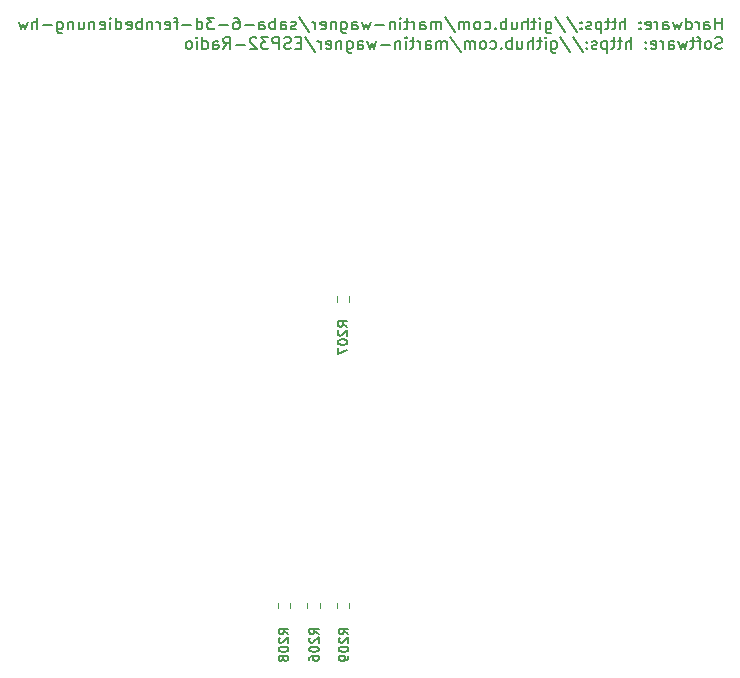
<source format=gbr>
%TF.GenerationSoftware,KiCad,Pcbnew,5.1.10-88a1d61d58~88~ubuntu18.04.1*%
%TF.CreationDate,2021-08-18T13:18:07+02:00*%
%TF.ProjectId,saba-fernbedienung,73616261-2d66-4657-926e-62656469656e,rev?*%
%TF.SameCoordinates,Original*%
%TF.FileFunction,Legend,Bot*%
%TF.FilePolarity,Positive*%
%FSLAX46Y46*%
G04 Gerber Fmt 4.6, Leading zero omitted, Abs format (unit mm)*
G04 Created by KiCad (PCBNEW 5.1.10-88a1d61d58~88~ubuntu18.04.1) date 2021-08-18 13:18:07*
%MOMM*%
%LPD*%
G01*
G04 APERTURE LIST*
%ADD10C,0.153000*%
%ADD11C,0.120000*%
G04 APERTURE END LIST*
D10*
X164462454Y-69125880D02*
X164462454Y-68125880D01*
X164462454Y-68602071D02*
X163891026Y-68602071D01*
X163891026Y-69125880D02*
X163891026Y-68125880D01*
X162986264Y-69125880D02*
X162986264Y-68602071D01*
X163033883Y-68506833D01*
X163129121Y-68459214D01*
X163319597Y-68459214D01*
X163414835Y-68506833D01*
X162986264Y-69078261D02*
X163081502Y-69125880D01*
X163319597Y-69125880D01*
X163414835Y-69078261D01*
X163462454Y-68983023D01*
X163462454Y-68887785D01*
X163414835Y-68792547D01*
X163319597Y-68744928D01*
X163081502Y-68744928D01*
X162986264Y-68697309D01*
X162510073Y-69125880D02*
X162510073Y-68459214D01*
X162510073Y-68649690D02*
X162462454Y-68554452D01*
X162414835Y-68506833D01*
X162319597Y-68459214D01*
X162224359Y-68459214D01*
X161462454Y-69125880D02*
X161462454Y-68125880D01*
X161462454Y-69078261D02*
X161557692Y-69125880D01*
X161748169Y-69125880D01*
X161843407Y-69078261D01*
X161891026Y-69030642D01*
X161938645Y-68935404D01*
X161938645Y-68649690D01*
X161891026Y-68554452D01*
X161843407Y-68506833D01*
X161748169Y-68459214D01*
X161557692Y-68459214D01*
X161462454Y-68506833D01*
X161081502Y-68459214D02*
X160891026Y-69125880D01*
X160700550Y-68649690D01*
X160510073Y-69125880D01*
X160319597Y-68459214D01*
X159510073Y-69125880D02*
X159510073Y-68602071D01*
X159557692Y-68506833D01*
X159652930Y-68459214D01*
X159843407Y-68459214D01*
X159938645Y-68506833D01*
X159510073Y-69078261D02*
X159605311Y-69125880D01*
X159843407Y-69125880D01*
X159938645Y-69078261D01*
X159986264Y-68983023D01*
X159986264Y-68887785D01*
X159938645Y-68792547D01*
X159843407Y-68744928D01*
X159605311Y-68744928D01*
X159510073Y-68697309D01*
X159033883Y-69125880D02*
X159033883Y-68459214D01*
X159033883Y-68649690D02*
X158986264Y-68554452D01*
X158938645Y-68506833D01*
X158843407Y-68459214D01*
X158748169Y-68459214D01*
X158033883Y-69078261D02*
X158129121Y-69125880D01*
X158319597Y-69125880D01*
X158414835Y-69078261D01*
X158462454Y-68983023D01*
X158462454Y-68602071D01*
X158414835Y-68506833D01*
X158319597Y-68459214D01*
X158129121Y-68459214D01*
X158033883Y-68506833D01*
X157986264Y-68602071D01*
X157986264Y-68697309D01*
X158462454Y-68792547D01*
X157557692Y-69030642D02*
X157510073Y-69078261D01*
X157557692Y-69125880D01*
X157605311Y-69078261D01*
X157557692Y-69030642D01*
X157557692Y-69125880D01*
X157557692Y-68506833D02*
X157510073Y-68554452D01*
X157557692Y-68602071D01*
X157605311Y-68554452D01*
X157557692Y-68506833D01*
X157557692Y-68602071D01*
X156319597Y-69125880D02*
X156319597Y-68125880D01*
X155891026Y-69125880D02*
X155891026Y-68602071D01*
X155938645Y-68506833D01*
X156033883Y-68459214D01*
X156176740Y-68459214D01*
X156271978Y-68506833D01*
X156319597Y-68554452D01*
X155557692Y-68459214D02*
X155176740Y-68459214D01*
X155414835Y-68125880D02*
X155414835Y-68983023D01*
X155367216Y-69078261D01*
X155271978Y-69125880D01*
X155176740Y-69125880D01*
X154986264Y-68459214D02*
X154605311Y-68459214D01*
X154843407Y-68125880D02*
X154843407Y-68983023D01*
X154795788Y-69078261D01*
X154700550Y-69125880D01*
X154605311Y-69125880D01*
X154271978Y-68459214D02*
X154271978Y-69459214D01*
X154271978Y-68506833D02*
X154176740Y-68459214D01*
X153986264Y-68459214D01*
X153891026Y-68506833D01*
X153843407Y-68554452D01*
X153795788Y-68649690D01*
X153795788Y-68935404D01*
X153843407Y-69030642D01*
X153891026Y-69078261D01*
X153986264Y-69125880D01*
X154176740Y-69125880D01*
X154271978Y-69078261D01*
X153414835Y-69078261D02*
X153319597Y-69125880D01*
X153129121Y-69125880D01*
X153033883Y-69078261D01*
X152986264Y-68983023D01*
X152986264Y-68935404D01*
X153033883Y-68840166D01*
X153129121Y-68792547D01*
X153271978Y-68792547D01*
X153367216Y-68744928D01*
X153414835Y-68649690D01*
X153414835Y-68602071D01*
X153367216Y-68506833D01*
X153271978Y-68459214D01*
X153129121Y-68459214D01*
X153033883Y-68506833D01*
X152557692Y-69030642D02*
X152510073Y-69078261D01*
X152557692Y-69125880D01*
X152605311Y-69078261D01*
X152557692Y-69030642D01*
X152557692Y-69125880D01*
X152557692Y-68506833D02*
X152510073Y-68554452D01*
X152557692Y-68602071D01*
X152605311Y-68554452D01*
X152557692Y-68506833D01*
X152557692Y-68602071D01*
X151367216Y-68078261D02*
X152224359Y-69363976D01*
X150319597Y-68078261D02*
X151176740Y-69363976D01*
X149557692Y-68459214D02*
X149557692Y-69268738D01*
X149605311Y-69363976D01*
X149652930Y-69411595D01*
X149748169Y-69459214D01*
X149891026Y-69459214D01*
X149986264Y-69411595D01*
X149557692Y-69078261D02*
X149652930Y-69125880D01*
X149843407Y-69125880D01*
X149938645Y-69078261D01*
X149986264Y-69030642D01*
X150033883Y-68935404D01*
X150033883Y-68649690D01*
X149986264Y-68554452D01*
X149938645Y-68506833D01*
X149843407Y-68459214D01*
X149652930Y-68459214D01*
X149557692Y-68506833D01*
X149081502Y-69125880D02*
X149081502Y-68459214D01*
X149081502Y-68125880D02*
X149129121Y-68173500D01*
X149081502Y-68221119D01*
X149033883Y-68173500D01*
X149081502Y-68125880D01*
X149081502Y-68221119D01*
X148748169Y-68459214D02*
X148367216Y-68459214D01*
X148605311Y-68125880D02*
X148605311Y-68983023D01*
X148557692Y-69078261D01*
X148462454Y-69125880D01*
X148367216Y-69125880D01*
X148033883Y-69125880D02*
X148033883Y-68125880D01*
X147605311Y-69125880D02*
X147605311Y-68602071D01*
X147652930Y-68506833D01*
X147748169Y-68459214D01*
X147891026Y-68459214D01*
X147986264Y-68506833D01*
X148033883Y-68554452D01*
X146700550Y-68459214D02*
X146700550Y-69125880D01*
X147129121Y-68459214D02*
X147129121Y-68983023D01*
X147081502Y-69078261D01*
X146986264Y-69125880D01*
X146843407Y-69125880D01*
X146748169Y-69078261D01*
X146700550Y-69030642D01*
X146224359Y-69125880D02*
X146224359Y-68125880D01*
X146224359Y-68506833D02*
X146129121Y-68459214D01*
X145938645Y-68459214D01*
X145843407Y-68506833D01*
X145795788Y-68554452D01*
X145748169Y-68649690D01*
X145748169Y-68935404D01*
X145795788Y-69030642D01*
X145843407Y-69078261D01*
X145938645Y-69125880D01*
X146129121Y-69125880D01*
X146224359Y-69078261D01*
X145319597Y-69030642D02*
X145271978Y-69078261D01*
X145319597Y-69125880D01*
X145367216Y-69078261D01*
X145319597Y-69030642D01*
X145319597Y-69125880D01*
X144414835Y-69078261D02*
X144510073Y-69125880D01*
X144700550Y-69125880D01*
X144795788Y-69078261D01*
X144843407Y-69030642D01*
X144891026Y-68935404D01*
X144891026Y-68649690D01*
X144843407Y-68554452D01*
X144795788Y-68506833D01*
X144700550Y-68459214D01*
X144510073Y-68459214D01*
X144414835Y-68506833D01*
X143843407Y-69125880D02*
X143938645Y-69078261D01*
X143986264Y-69030642D01*
X144033883Y-68935404D01*
X144033883Y-68649690D01*
X143986264Y-68554452D01*
X143938645Y-68506833D01*
X143843407Y-68459214D01*
X143700550Y-68459214D01*
X143605311Y-68506833D01*
X143557692Y-68554452D01*
X143510073Y-68649690D01*
X143510073Y-68935404D01*
X143557692Y-69030642D01*
X143605311Y-69078261D01*
X143700550Y-69125880D01*
X143843407Y-69125880D01*
X143081502Y-69125880D02*
X143081502Y-68459214D01*
X143081502Y-68554452D02*
X143033883Y-68506833D01*
X142938645Y-68459214D01*
X142795788Y-68459214D01*
X142700550Y-68506833D01*
X142652930Y-68602071D01*
X142652930Y-69125880D01*
X142652930Y-68602071D02*
X142605311Y-68506833D01*
X142510073Y-68459214D01*
X142367216Y-68459214D01*
X142271978Y-68506833D01*
X142224359Y-68602071D01*
X142224359Y-69125880D01*
X141033883Y-68078261D02*
X141891026Y-69363976D01*
X140700550Y-69125880D02*
X140700550Y-68459214D01*
X140700550Y-68554452D02*
X140652930Y-68506833D01*
X140557692Y-68459214D01*
X140414835Y-68459214D01*
X140319597Y-68506833D01*
X140271978Y-68602071D01*
X140271978Y-69125880D01*
X140271978Y-68602071D02*
X140224359Y-68506833D01*
X140129121Y-68459214D01*
X139986264Y-68459214D01*
X139891026Y-68506833D01*
X139843407Y-68602071D01*
X139843407Y-69125880D01*
X138938645Y-69125880D02*
X138938645Y-68602071D01*
X138986264Y-68506833D01*
X139081502Y-68459214D01*
X139271978Y-68459214D01*
X139367216Y-68506833D01*
X138938645Y-69078261D02*
X139033883Y-69125880D01*
X139271978Y-69125880D01*
X139367216Y-69078261D01*
X139414835Y-68983023D01*
X139414835Y-68887785D01*
X139367216Y-68792547D01*
X139271978Y-68744928D01*
X139033883Y-68744928D01*
X138938645Y-68697309D01*
X138462454Y-69125880D02*
X138462454Y-68459214D01*
X138462454Y-68649690D02*
X138414835Y-68554452D01*
X138367216Y-68506833D01*
X138271978Y-68459214D01*
X138176740Y-68459214D01*
X137986264Y-68459214D02*
X137605311Y-68459214D01*
X137843407Y-68125880D02*
X137843407Y-68983023D01*
X137795788Y-69078261D01*
X137700550Y-69125880D01*
X137605311Y-69125880D01*
X137271978Y-69125880D02*
X137271978Y-68459214D01*
X137271978Y-68125880D02*
X137319597Y-68173500D01*
X137271978Y-68221119D01*
X137224359Y-68173500D01*
X137271978Y-68125880D01*
X137271978Y-68221119D01*
X136795788Y-68459214D02*
X136795788Y-69125880D01*
X136795788Y-68554452D02*
X136748169Y-68506833D01*
X136652930Y-68459214D01*
X136510073Y-68459214D01*
X136414835Y-68506833D01*
X136367216Y-68602071D01*
X136367216Y-69125880D01*
X135891026Y-68744928D02*
X135129121Y-68744928D01*
X134748169Y-68459214D02*
X134557692Y-69125880D01*
X134367216Y-68649690D01*
X134176740Y-69125880D01*
X133986264Y-68459214D01*
X133176740Y-69125880D02*
X133176740Y-68602071D01*
X133224359Y-68506833D01*
X133319597Y-68459214D01*
X133510073Y-68459214D01*
X133605311Y-68506833D01*
X133176740Y-69078261D02*
X133271978Y-69125880D01*
X133510073Y-69125880D01*
X133605311Y-69078261D01*
X133652930Y-68983023D01*
X133652930Y-68887785D01*
X133605311Y-68792547D01*
X133510073Y-68744928D01*
X133271978Y-68744928D01*
X133176740Y-68697309D01*
X132271978Y-68459214D02*
X132271978Y-69268738D01*
X132319597Y-69363976D01*
X132367216Y-69411595D01*
X132462454Y-69459214D01*
X132605311Y-69459214D01*
X132700550Y-69411595D01*
X132271978Y-69078261D02*
X132367216Y-69125880D01*
X132557692Y-69125880D01*
X132652930Y-69078261D01*
X132700550Y-69030642D01*
X132748169Y-68935404D01*
X132748169Y-68649690D01*
X132700550Y-68554452D01*
X132652930Y-68506833D01*
X132557692Y-68459214D01*
X132367216Y-68459214D01*
X132271978Y-68506833D01*
X131795788Y-68459214D02*
X131795788Y-69125880D01*
X131795788Y-68554452D02*
X131748169Y-68506833D01*
X131652930Y-68459214D01*
X131510073Y-68459214D01*
X131414835Y-68506833D01*
X131367216Y-68602071D01*
X131367216Y-69125880D01*
X130510073Y-69078261D02*
X130605311Y-69125880D01*
X130795788Y-69125880D01*
X130891026Y-69078261D01*
X130938645Y-68983023D01*
X130938645Y-68602071D01*
X130891026Y-68506833D01*
X130795788Y-68459214D01*
X130605311Y-68459214D01*
X130510073Y-68506833D01*
X130462454Y-68602071D01*
X130462454Y-68697309D01*
X130938645Y-68792547D01*
X130033883Y-69125880D02*
X130033883Y-68459214D01*
X130033883Y-68649690D02*
X129986264Y-68554452D01*
X129938645Y-68506833D01*
X129843407Y-68459214D01*
X129748169Y-68459214D01*
X128700550Y-68078261D02*
X129557692Y-69363976D01*
X128414835Y-69078261D02*
X128319597Y-69125880D01*
X128129121Y-69125880D01*
X128033883Y-69078261D01*
X127986264Y-68983023D01*
X127986264Y-68935404D01*
X128033883Y-68840166D01*
X128129121Y-68792547D01*
X128271978Y-68792547D01*
X128367216Y-68744928D01*
X128414835Y-68649690D01*
X128414835Y-68602071D01*
X128367216Y-68506833D01*
X128271978Y-68459214D01*
X128129121Y-68459214D01*
X128033883Y-68506833D01*
X127129121Y-69125880D02*
X127129121Y-68602071D01*
X127176740Y-68506833D01*
X127271978Y-68459214D01*
X127462454Y-68459214D01*
X127557692Y-68506833D01*
X127129121Y-69078261D02*
X127224359Y-69125880D01*
X127462454Y-69125880D01*
X127557692Y-69078261D01*
X127605311Y-68983023D01*
X127605311Y-68887785D01*
X127557692Y-68792547D01*
X127462454Y-68744928D01*
X127224359Y-68744928D01*
X127129121Y-68697309D01*
X126652930Y-69125880D02*
X126652930Y-68125880D01*
X126652930Y-68506833D02*
X126557692Y-68459214D01*
X126367216Y-68459214D01*
X126271978Y-68506833D01*
X126224359Y-68554452D01*
X126176740Y-68649690D01*
X126176740Y-68935404D01*
X126224359Y-69030642D01*
X126271978Y-69078261D01*
X126367216Y-69125880D01*
X126557692Y-69125880D01*
X126652930Y-69078261D01*
X125319597Y-69125880D02*
X125319597Y-68602071D01*
X125367216Y-68506833D01*
X125462454Y-68459214D01*
X125652930Y-68459214D01*
X125748169Y-68506833D01*
X125319597Y-69078261D02*
X125414835Y-69125880D01*
X125652930Y-69125880D01*
X125748169Y-69078261D01*
X125795788Y-68983023D01*
X125795788Y-68887785D01*
X125748169Y-68792547D01*
X125652930Y-68744928D01*
X125414835Y-68744928D01*
X125319597Y-68697309D01*
X124843407Y-68744928D02*
X124081502Y-68744928D01*
X123176740Y-68125880D02*
X123367216Y-68125880D01*
X123462454Y-68173500D01*
X123510073Y-68221119D01*
X123605311Y-68363976D01*
X123652930Y-68554452D01*
X123652930Y-68935404D01*
X123605311Y-69030642D01*
X123557692Y-69078261D01*
X123462454Y-69125880D01*
X123271978Y-69125880D01*
X123176740Y-69078261D01*
X123129121Y-69030642D01*
X123081502Y-68935404D01*
X123081502Y-68697309D01*
X123129121Y-68602071D01*
X123176740Y-68554452D01*
X123271978Y-68506833D01*
X123462454Y-68506833D01*
X123557692Y-68554452D01*
X123605311Y-68602071D01*
X123652930Y-68697309D01*
X122652930Y-68744928D02*
X121891026Y-68744928D01*
X121510073Y-68125880D02*
X120891026Y-68125880D01*
X121224359Y-68506833D01*
X121081502Y-68506833D01*
X120986264Y-68554452D01*
X120938645Y-68602071D01*
X120891026Y-68697309D01*
X120891026Y-68935404D01*
X120938645Y-69030642D01*
X120986264Y-69078261D01*
X121081502Y-69125880D01*
X121367216Y-69125880D01*
X121462454Y-69078261D01*
X121510073Y-69030642D01*
X120033883Y-69125880D02*
X120033883Y-68125880D01*
X120033883Y-69078261D02*
X120129121Y-69125880D01*
X120319597Y-69125880D01*
X120414835Y-69078261D01*
X120462454Y-69030642D01*
X120510073Y-68935404D01*
X120510073Y-68649690D01*
X120462454Y-68554452D01*
X120414835Y-68506833D01*
X120319597Y-68459214D01*
X120129121Y-68459214D01*
X120033883Y-68506833D01*
X119557692Y-68744928D02*
X118795788Y-68744928D01*
X118462454Y-68459214D02*
X118081502Y-68459214D01*
X118319597Y-69125880D02*
X118319597Y-68268738D01*
X118271978Y-68173500D01*
X118176740Y-68125880D01*
X118081502Y-68125880D01*
X117367216Y-69078261D02*
X117462454Y-69125880D01*
X117652930Y-69125880D01*
X117748169Y-69078261D01*
X117795788Y-68983023D01*
X117795788Y-68602071D01*
X117748169Y-68506833D01*
X117652930Y-68459214D01*
X117462454Y-68459214D01*
X117367216Y-68506833D01*
X117319597Y-68602071D01*
X117319597Y-68697309D01*
X117795788Y-68792547D01*
X116891026Y-69125880D02*
X116891026Y-68459214D01*
X116891026Y-68649690D02*
X116843407Y-68554452D01*
X116795788Y-68506833D01*
X116700550Y-68459214D01*
X116605311Y-68459214D01*
X116271978Y-68459214D02*
X116271978Y-69125880D01*
X116271978Y-68554452D02*
X116224359Y-68506833D01*
X116129121Y-68459214D01*
X115986264Y-68459214D01*
X115891026Y-68506833D01*
X115843407Y-68602071D01*
X115843407Y-69125880D01*
X115367216Y-69125880D02*
X115367216Y-68125880D01*
X115367216Y-68506833D02*
X115271978Y-68459214D01*
X115081502Y-68459214D01*
X114986264Y-68506833D01*
X114938645Y-68554452D01*
X114891026Y-68649690D01*
X114891026Y-68935404D01*
X114938645Y-69030642D01*
X114986264Y-69078261D01*
X115081502Y-69125880D01*
X115271978Y-69125880D01*
X115367216Y-69078261D01*
X114081502Y-69078261D02*
X114176740Y-69125880D01*
X114367216Y-69125880D01*
X114462454Y-69078261D01*
X114510073Y-68983023D01*
X114510073Y-68602071D01*
X114462454Y-68506833D01*
X114367216Y-68459214D01*
X114176740Y-68459214D01*
X114081502Y-68506833D01*
X114033883Y-68602071D01*
X114033883Y-68697309D01*
X114510073Y-68792547D01*
X113176740Y-69125880D02*
X113176740Y-68125880D01*
X113176740Y-69078261D02*
X113271978Y-69125880D01*
X113462454Y-69125880D01*
X113557692Y-69078261D01*
X113605311Y-69030642D01*
X113652930Y-68935404D01*
X113652930Y-68649690D01*
X113605311Y-68554452D01*
X113557692Y-68506833D01*
X113462454Y-68459214D01*
X113271978Y-68459214D01*
X113176740Y-68506833D01*
X112700550Y-69125880D02*
X112700550Y-68459214D01*
X112700550Y-68125880D02*
X112748169Y-68173500D01*
X112700550Y-68221119D01*
X112652930Y-68173500D01*
X112700550Y-68125880D01*
X112700550Y-68221119D01*
X111843407Y-69078261D02*
X111938645Y-69125880D01*
X112129121Y-69125880D01*
X112224359Y-69078261D01*
X112271978Y-68983023D01*
X112271978Y-68602071D01*
X112224359Y-68506833D01*
X112129121Y-68459214D01*
X111938645Y-68459214D01*
X111843407Y-68506833D01*
X111795788Y-68602071D01*
X111795788Y-68697309D01*
X112271978Y-68792547D01*
X111367216Y-68459214D02*
X111367216Y-69125880D01*
X111367216Y-68554452D02*
X111319597Y-68506833D01*
X111224359Y-68459214D01*
X111081502Y-68459214D01*
X110986264Y-68506833D01*
X110938645Y-68602071D01*
X110938645Y-69125880D01*
X110033883Y-68459214D02*
X110033883Y-69125880D01*
X110462454Y-68459214D02*
X110462454Y-68983023D01*
X110414835Y-69078261D01*
X110319597Y-69125880D01*
X110176740Y-69125880D01*
X110081502Y-69078261D01*
X110033883Y-69030642D01*
X109557692Y-68459214D02*
X109557692Y-69125880D01*
X109557692Y-68554452D02*
X109510073Y-68506833D01*
X109414835Y-68459214D01*
X109271978Y-68459214D01*
X109176740Y-68506833D01*
X109129121Y-68602071D01*
X109129121Y-69125880D01*
X108224359Y-68459214D02*
X108224359Y-69268738D01*
X108271978Y-69363976D01*
X108319597Y-69411595D01*
X108414835Y-69459214D01*
X108557692Y-69459214D01*
X108652930Y-69411595D01*
X108224359Y-69078261D02*
X108319597Y-69125880D01*
X108510073Y-69125880D01*
X108605311Y-69078261D01*
X108652930Y-69030642D01*
X108700550Y-68935404D01*
X108700550Y-68649690D01*
X108652930Y-68554452D01*
X108605311Y-68506833D01*
X108510073Y-68459214D01*
X108319597Y-68459214D01*
X108224359Y-68506833D01*
X107748169Y-68744928D02*
X106986264Y-68744928D01*
X106510073Y-69125880D02*
X106510073Y-68125880D01*
X106081502Y-69125880D02*
X106081502Y-68602071D01*
X106129121Y-68506833D01*
X106224359Y-68459214D01*
X106367216Y-68459214D01*
X106462454Y-68506833D01*
X106510073Y-68554452D01*
X105700550Y-68459214D02*
X105510073Y-69125880D01*
X105319597Y-68649690D01*
X105129121Y-69125880D01*
X104938645Y-68459214D01*
X164510073Y-70731261D02*
X164367216Y-70778880D01*
X164129121Y-70778880D01*
X164033883Y-70731261D01*
X163986264Y-70683642D01*
X163938645Y-70588404D01*
X163938645Y-70493166D01*
X163986264Y-70397928D01*
X164033883Y-70350309D01*
X164129121Y-70302690D01*
X164319597Y-70255071D01*
X164414835Y-70207452D01*
X164462454Y-70159833D01*
X164510073Y-70064595D01*
X164510073Y-69969357D01*
X164462454Y-69874119D01*
X164414835Y-69826500D01*
X164319597Y-69778880D01*
X164081502Y-69778880D01*
X163938645Y-69826500D01*
X163367216Y-70778880D02*
X163462454Y-70731261D01*
X163510073Y-70683642D01*
X163557692Y-70588404D01*
X163557692Y-70302690D01*
X163510073Y-70207452D01*
X163462454Y-70159833D01*
X163367216Y-70112214D01*
X163224359Y-70112214D01*
X163129121Y-70159833D01*
X163081502Y-70207452D01*
X163033883Y-70302690D01*
X163033883Y-70588404D01*
X163081502Y-70683642D01*
X163129121Y-70731261D01*
X163224359Y-70778880D01*
X163367216Y-70778880D01*
X162748169Y-70112214D02*
X162367216Y-70112214D01*
X162605311Y-70778880D02*
X162605311Y-69921738D01*
X162557692Y-69826500D01*
X162462454Y-69778880D01*
X162367216Y-69778880D01*
X162176740Y-70112214D02*
X161795788Y-70112214D01*
X162033883Y-69778880D02*
X162033883Y-70636023D01*
X161986264Y-70731261D01*
X161891026Y-70778880D01*
X161795788Y-70778880D01*
X161557692Y-70112214D02*
X161367216Y-70778880D01*
X161176740Y-70302690D01*
X160986264Y-70778880D01*
X160795788Y-70112214D01*
X159986264Y-70778880D02*
X159986264Y-70255071D01*
X160033883Y-70159833D01*
X160129121Y-70112214D01*
X160319597Y-70112214D01*
X160414835Y-70159833D01*
X159986264Y-70731261D02*
X160081502Y-70778880D01*
X160319597Y-70778880D01*
X160414835Y-70731261D01*
X160462454Y-70636023D01*
X160462454Y-70540785D01*
X160414835Y-70445547D01*
X160319597Y-70397928D01*
X160081502Y-70397928D01*
X159986264Y-70350309D01*
X159510073Y-70778880D02*
X159510073Y-70112214D01*
X159510073Y-70302690D02*
X159462454Y-70207452D01*
X159414835Y-70159833D01*
X159319597Y-70112214D01*
X159224359Y-70112214D01*
X158510073Y-70731261D02*
X158605311Y-70778880D01*
X158795788Y-70778880D01*
X158891026Y-70731261D01*
X158938645Y-70636023D01*
X158938645Y-70255071D01*
X158891026Y-70159833D01*
X158795788Y-70112214D01*
X158605311Y-70112214D01*
X158510073Y-70159833D01*
X158462454Y-70255071D01*
X158462454Y-70350309D01*
X158938645Y-70445547D01*
X158033883Y-70683642D02*
X157986264Y-70731261D01*
X158033883Y-70778880D01*
X158081502Y-70731261D01*
X158033883Y-70683642D01*
X158033883Y-70778880D01*
X158033883Y-70159833D02*
X157986264Y-70207452D01*
X158033883Y-70255071D01*
X158081502Y-70207452D01*
X158033883Y-70159833D01*
X158033883Y-70255071D01*
X156795788Y-70778880D02*
X156795788Y-69778880D01*
X156367216Y-70778880D02*
X156367216Y-70255071D01*
X156414835Y-70159833D01*
X156510073Y-70112214D01*
X156652930Y-70112214D01*
X156748169Y-70159833D01*
X156795788Y-70207452D01*
X156033883Y-70112214D02*
X155652930Y-70112214D01*
X155891026Y-69778880D02*
X155891026Y-70636023D01*
X155843407Y-70731261D01*
X155748169Y-70778880D01*
X155652930Y-70778880D01*
X155462454Y-70112214D02*
X155081502Y-70112214D01*
X155319597Y-69778880D02*
X155319597Y-70636023D01*
X155271978Y-70731261D01*
X155176740Y-70778880D01*
X155081502Y-70778880D01*
X154748169Y-70112214D02*
X154748169Y-71112214D01*
X154748169Y-70159833D02*
X154652930Y-70112214D01*
X154462454Y-70112214D01*
X154367216Y-70159833D01*
X154319597Y-70207452D01*
X154271978Y-70302690D01*
X154271978Y-70588404D01*
X154319597Y-70683642D01*
X154367216Y-70731261D01*
X154462454Y-70778880D01*
X154652930Y-70778880D01*
X154748169Y-70731261D01*
X153891026Y-70731261D02*
X153795788Y-70778880D01*
X153605311Y-70778880D01*
X153510073Y-70731261D01*
X153462454Y-70636023D01*
X153462454Y-70588404D01*
X153510073Y-70493166D01*
X153605311Y-70445547D01*
X153748169Y-70445547D01*
X153843407Y-70397928D01*
X153891026Y-70302690D01*
X153891026Y-70255071D01*
X153843407Y-70159833D01*
X153748169Y-70112214D01*
X153605311Y-70112214D01*
X153510073Y-70159833D01*
X153033883Y-70683642D02*
X152986264Y-70731261D01*
X153033883Y-70778880D01*
X153081502Y-70731261D01*
X153033883Y-70683642D01*
X153033883Y-70778880D01*
X153033883Y-70159833D02*
X152986264Y-70207452D01*
X153033883Y-70255071D01*
X153081502Y-70207452D01*
X153033883Y-70159833D01*
X153033883Y-70255071D01*
X151843407Y-69731261D02*
X152700550Y-71016976D01*
X150795788Y-69731261D02*
X151652930Y-71016976D01*
X150033883Y-70112214D02*
X150033883Y-70921738D01*
X150081502Y-71016976D01*
X150129121Y-71064595D01*
X150224359Y-71112214D01*
X150367216Y-71112214D01*
X150462454Y-71064595D01*
X150033883Y-70731261D02*
X150129121Y-70778880D01*
X150319597Y-70778880D01*
X150414835Y-70731261D01*
X150462454Y-70683642D01*
X150510073Y-70588404D01*
X150510073Y-70302690D01*
X150462454Y-70207452D01*
X150414835Y-70159833D01*
X150319597Y-70112214D01*
X150129121Y-70112214D01*
X150033883Y-70159833D01*
X149557692Y-70778880D02*
X149557692Y-70112214D01*
X149557692Y-69778880D02*
X149605311Y-69826500D01*
X149557692Y-69874119D01*
X149510073Y-69826500D01*
X149557692Y-69778880D01*
X149557692Y-69874119D01*
X149224359Y-70112214D02*
X148843407Y-70112214D01*
X149081502Y-69778880D02*
X149081502Y-70636023D01*
X149033883Y-70731261D01*
X148938645Y-70778880D01*
X148843407Y-70778880D01*
X148510073Y-70778880D02*
X148510073Y-69778880D01*
X148081502Y-70778880D02*
X148081502Y-70255071D01*
X148129121Y-70159833D01*
X148224359Y-70112214D01*
X148367216Y-70112214D01*
X148462454Y-70159833D01*
X148510073Y-70207452D01*
X147176740Y-70112214D02*
X147176740Y-70778880D01*
X147605311Y-70112214D02*
X147605311Y-70636023D01*
X147557692Y-70731261D01*
X147462454Y-70778880D01*
X147319597Y-70778880D01*
X147224359Y-70731261D01*
X147176740Y-70683642D01*
X146700550Y-70778880D02*
X146700550Y-69778880D01*
X146700550Y-70159833D02*
X146605311Y-70112214D01*
X146414835Y-70112214D01*
X146319597Y-70159833D01*
X146271978Y-70207452D01*
X146224359Y-70302690D01*
X146224359Y-70588404D01*
X146271978Y-70683642D01*
X146319597Y-70731261D01*
X146414835Y-70778880D01*
X146605311Y-70778880D01*
X146700550Y-70731261D01*
X145795788Y-70683642D02*
X145748169Y-70731261D01*
X145795788Y-70778880D01*
X145843407Y-70731261D01*
X145795788Y-70683642D01*
X145795788Y-70778880D01*
X144891026Y-70731261D02*
X144986264Y-70778880D01*
X145176740Y-70778880D01*
X145271978Y-70731261D01*
X145319597Y-70683642D01*
X145367216Y-70588404D01*
X145367216Y-70302690D01*
X145319597Y-70207452D01*
X145271978Y-70159833D01*
X145176740Y-70112214D01*
X144986264Y-70112214D01*
X144891026Y-70159833D01*
X144319597Y-70778880D02*
X144414835Y-70731261D01*
X144462454Y-70683642D01*
X144510073Y-70588404D01*
X144510073Y-70302690D01*
X144462454Y-70207452D01*
X144414835Y-70159833D01*
X144319597Y-70112214D01*
X144176740Y-70112214D01*
X144081502Y-70159833D01*
X144033883Y-70207452D01*
X143986264Y-70302690D01*
X143986264Y-70588404D01*
X144033883Y-70683642D01*
X144081502Y-70731261D01*
X144176740Y-70778880D01*
X144319597Y-70778880D01*
X143557692Y-70778880D02*
X143557692Y-70112214D01*
X143557692Y-70207452D02*
X143510073Y-70159833D01*
X143414835Y-70112214D01*
X143271978Y-70112214D01*
X143176740Y-70159833D01*
X143129121Y-70255071D01*
X143129121Y-70778880D01*
X143129121Y-70255071D02*
X143081502Y-70159833D01*
X142986264Y-70112214D01*
X142843407Y-70112214D01*
X142748169Y-70159833D01*
X142700550Y-70255071D01*
X142700550Y-70778880D01*
X141510073Y-69731261D02*
X142367216Y-71016976D01*
X141176740Y-70778880D02*
X141176740Y-70112214D01*
X141176740Y-70207452D02*
X141129121Y-70159833D01*
X141033883Y-70112214D01*
X140891026Y-70112214D01*
X140795788Y-70159833D01*
X140748169Y-70255071D01*
X140748169Y-70778880D01*
X140748169Y-70255071D02*
X140700550Y-70159833D01*
X140605311Y-70112214D01*
X140462454Y-70112214D01*
X140367216Y-70159833D01*
X140319597Y-70255071D01*
X140319597Y-70778880D01*
X139414835Y-70778880D02*
X139414835Y-70255071D01*
X139462454Y-70159833D01*
X139557692Y-70112214D01*
X139748169Y-70112214D01*
X139843407Y-70159833D01*
X139414835Y-70731261D02*
X139510073Y-70778880D01*
X139748169Y-70778880D01*
X139843407Y-70731261D01*
X139891026Y-70636023D01*
X139891026Y-70540785D01*
X139843407Y-70445547D01*
X139748169Y-70397928D01*
X139510073Y-70397928D01*
X139414835Y-70350309D01*
X138938645Y-70778880D02*
X138938645Y-70112214D01*
X138938645Y-70302690D02*
X138891026Y-70207452D01*
X138843407Y-70159833D01*
X138748169Y-70112214D01*
X138652930Y-70112214D01*
X138462454Y-70112214D02*
X138081502Y-70112214D01*
X138319597Y-69778880D02*
X138319597Y-70636023D01*
X138271978Y-70731261D01*
X138176740Y-70778880D01*
X138081502Y-70778880D01*
X137748169Y-70778880D02*
X137748169Y-70112214D01*
X137748169Y-69778880D02*
X137795788Y-69826500D01*
X137748169Y-69874119D01*
X137700550Y-69826500D01*
X137748169Y-69778880D01*
X137748169Y-69874119D01*
X137271978Y-70112214D02*
X137271978Y-70778880D01*
X137271978Y-70207452D02*
X137224359Y-70159833D01*
X137129121Y-70112214D01*
X136986264Y-70112214D01*
X136891026Y-70159833D01*
X136843407Y-70255071D01*
X136843407Y-70778880D01*
X136367216Y-70397928D02*
X135605311Y-70397928D01*
X135224359Y-70112214D02*
X135033883Y-70778880D01*
X134843407Y-70302690D01*
X134652930Y-70778880D01*
X134462454Y-70112214D01*
X133652930Y-70778880D02*
X133652930Y-70255071D01*
X133700550Y-70159833D01*
X133795788Y-70112214D01*
X133986264Y-70112214D01*
X134081502Y-70159833D01*
X133652930Y-70731261D02*
X133748169Y-70778880D01*
X133986264Y-70778880D01*
X134081502Y-70731261D01*
X134129121Y-70636023D01*
X134129121Y-70540785D01*
X134081502Y-70445547D01*
X133986264Y-70397928D01*
X133748169Y-70397928D01*
X133652930Y-70350309D01*
X132748169Y-70112214D02*
X132748169Y-70921738D01*
X132795788Y-71016976D01*
X132843407Y-71064595D01*
X132938645Y-71112214D01*
X133081502Y-71112214D01*
X133176740Y-71064595D01*
X132748169Y-70731261D02*
X132843407Y-70778880D01*
X133033883Y-70778880D01*
X133129121Y-70731261D01*
X133176740Y-70683642D01*
X133224359Y-70588404D01*
X133224359Y-70302690D01*
X133176740Y-70207452D01*
X133129121Y-70159833D01*
X133033883Y-70112214D01*
X132843407Y-70112214D01*
X132748169Y-70159833D01*
X132271978Y-70112214D02*
X132271978Y-70778880D01*
X132271978Y-70207452D02*
X132224359Y-70159833D01*
X132129121Y-70112214D01*
X131986264Y-70112214D01*
X131891026Y-70159833D01*
X131843407Y-70255071D01*
X131843407Y-70778880D01*
X130986264Y-70731261D02*
X131081502Y-70778880D01*
X131271978Y-70778880D01*
X131367216Y-70731261D01*
X131414835Y-70636023D01*
X131414835Y-70255071D01*
X131367216Y-70159833D01*
X131271978Y-70112214D01*
X131081502Y-70112214D01*
X130986264Y-70159833D01*
X130938645Y-70255071D01*
X130938645Y-70350309D01*
X131414835Y-70445547D01*
X130510073Y-70778880D02*
X130510073Y-70112214D01*
X130510073Y-70302690D02*
X130462454Y-70207452D01*
X130414835Y-70159833D01*
X130319597Y-70112214D01*
X130224359Y-70112214D01*
X129176740Y-69731261D02*
X130033883Y-71016976D01*
X128843407Y-70255071D02*
X128510073Y-70255071D01*
X128367216Y-70778880D02*
X128843407Y-70778880D01*
X128843407Y-69778880D01*
X128367216Y-69778880D01*
X127986264Y-70731261D02*
X127843407Y-70778880D01*
X127605311Y-70778880D01*
X127510073Y-70731261D01*
X127462454Y-70683642D01*
X127414835Y-70588404D01*
X127414835Y-70493166D01*
X127462454Y-70397928D01*
X127510073Y-70350309D01*
X127605311Y-70302690D01*
X127795788Y-70255071D01*
X127891026Y-70207452D01*
X127938645Y-70159833D01*
X127986264Y-70064595D01*
X127986264Y-69969357D01*
X127938645Y-69874119D01*
X127891026Y-69826500D01*
X127795788Y-69778880D01*
X127557692Y-69778880D01*
X127414835Y-69826500D01*
X126986264Y-70778880D02*
X126986264Y-69778880D01*
X126605311Y-69778880D01*
X126510073Y-69826500D01*
X126462454Y-69874119D01*
X126414835Y-69969357D01*
X126414835Y-70112214D01*
X126462454Y-70207452D01*
X126510073Y-70255071D01*
X126605311Y-70302690D01*
X126986264Y-70302690D01*
X126081502Y-69778880D02*
X125462454Y-69778880D01*
X125795788Y-70159833D01*
X125652930Y-70159833D01*
X125557692Y-70207452D01*
X125510073Y-70255071D01*
X125462454Y-70350309D01*
X125462454Y-70588404D01*
X125510073Y-70683642D01*
X125557692Y-70731261D01*
X125652930Y-70778880D01*
X125938645Y-70778880D01*
X126033883Y-70731261D01*
X126081502Y-70683642D01*
X125081502Y-69874119D02*
X125033883Y-69826500D01*
X124938645Y-69778880D01*
X124700550Y-69778880D01*
X124605311Y-69826500D01*
X124557692Y-69874119D01*
X124510073Y-69969357D01*
X124510073Y-70064595D01*
X124557692Y-70207452D01*
X125129121Y-70778880D01*
X124510073Y-70778880D01*
X124081502Y-70397928D02*
X123319597Y-70397928D01*
X122271978Y-70778880D02*
X122605311Y-70302690D01*
X122843407Y-70778880D02*
X122843407Y-69778880D01*
X122462454Y-69778880D01*
X122367216Y-69826500D01*
X122319597Y-69874119D01*
X122271978Y-69969357D01*
X122271978Y-70112214D01*
X122319597Y-70207452D01*
X122367216Y-70255071D01*
X122462454Y-70302690D01*
X122843407Y-70302690D01*
X121414835Y-70778880D02*
X121414835Y-70255071D01*
X121462454Y-70159833D01*
X121557692Y-70112214D01*
X121748169Y-70112214D01*
X121843407Y-70159833D01*
X121414835Y-70731261D02*
X121510073Y-70778880D01*
X121748169Y-70778880D01*
X121843407Y-70731261D01*
X121891026Y-70636023D01*
X121891026Y-70540785D01*
X121843407Y-70445547D01*
X121748169Y-70397928D01*
X121510073Y-70397928D01*
X121414835Y-70350309D01*
X120510073Y-70778880D02*
X120510073Y-69778880D01*
X120510073Y-70731261D02*
X120605311Y-70778880D01*
X120795788Y-70778880D01*
X120891026Y-70731261D01*
X120938645Y-70683642D01*
X120986264Y-70588404D01*
X120986264Y-70302690D01*
X120938645Y-70207452D01*
X120891026Y-70159833D01*
X120795788Y-70112214D01*
X120605311Y-70112214D01*
X120510073Y-70159833D01*
X120033883Y-70778880D02*
X120033883Y-70112214D01*
X120033883Y-69778880D02*
X120081502Y-69826500D01*
X120033883Y-69874119D01*
X119986264Y-69826500D01*
X120033883Y-69778880D01*
X120033883Y-69874119D01*
X119414835Y-70778880D02*
X119510073Y-70731261D01*
X119557692Y-70683642D01*
X119605311Y-70588404D01*
X119605311Y-70302690D01*
X119557692Y-70207452D01*
X119510073Y-70159833D01*
X119414835Y-70112214D01*
X119271978Y-70112214D01*
X119176740Y-70159833D01*
X119129121Y-70207452D01*
X119081502Y-70302690D01*
X119081502Y-70588404D01*
X119129121Y-70683642D01*
X119176740Y-70731261D01*
X119271978Y-70778880D01*
X119414835Y-70778880D01*
D11*
%TO.C,R209*%
X132922500Y-118137258D02*
X132922500Y-117662742D01*
X131877500Y-118137258D02*
X131877500Y-117662742D01*
%TO.C,R208*%
X127922500Y-118137258D02*
X127922500Y-117662742D01*
X126877500Y-118137258D02*
X126877500Y-117662742D01*
%TO.C,R207*%
X132922500Y-92162258D02*
X132922500Y-91687742D01*
X131877500Y-92162258D02*
X131877500Y-91687742D01*
%TO.C,R206*%
X130422500Y-118137258D02*
X130422500Y-117662742D01*
X129377500Y-118137258D02*
X129377500Y-117662742D01*
%TO.C,R209*%
D10*
X132861904Y-120304761D02*
X132480952Y-120038095D01*
X132861904Y-119847619D02*
X132061904Y-119847619D01*
X132061904Y-120152380D01*
X132100000Y-120228571D01*
X132138095Y-120266666D01*
X132214285Y-120304761D01*
X132328571Y-120304761D01*
X132404761Y-120266666D01*
X132442857Y-120228571D01*
X132480952Y-120152380D01*
X132480952Y-119847619D01*
X132138095Y-120609523D02*
X132100000Y-120647619D01*
X132061904Y-120723809D01*
X132061904Y-120914285D01*
X132100000Y-120990476D01*
X132138095Y-121028571D01*
X132214285Y-121066666D01*
X132290476Y-121066666D01*
X132404761Y-121028571D01*
X132861904Y-120571428D01*
X132861904Y-121066666D01*
X132061904Y-121561904D02*
X132061904Y-121638095D01*
X132100000Y-121714285D01*
X132138095Y-121752380D01*
X132214285Y-121790476D01*
X132366666Y-121828571D01*
X132557142Y-121828571D01*
X132709523Y-121790476D01*
X132785714Y-121752380D01*
X132823809Y-121714285D01*
X132861904Y-121638095D01*
X132861904Y-121561904D01*
X132823809Y-121485714D01*
X132785714Y-121447619D01*
X132709523Y-121409523D01*
X132557142Y-121371428D01*
X132366666Y-121371428D01*
X132214285Y-121409523D01*
X132138095Y-121447619D01*
X132100000Y-121485714D01*
X132061904Y-121561904D01*
X132861904Y-122209523D02*
X132861904Y-122361904D01*
X132823809Y-122438095D01*
X132785714Y-122476190D01*
X132671428Y-122552380D01*
X132519047Y-122590476D01*
X132214285Y-122590476D01*
X132138095Y-122552380D01*
X132100000Y-122514285D01*
X132061904Y-122438095D01*
X132061904Y-122285714D01*
X132100000Y-122209523D01*
X132138095Y-122171428D01*
X132214285Y-122133333D01*
X132404761Y-122133333D01*
X132480952Y-122171428D01*
X132519047Y-122209523D01*
X132557142Y-122285714D01*
X132557142Y-122438095D01*
X132519047Y-122514285D01*
X132480952Y-122552380D01*
X132404761Y-122590476D01*
%TO.C,R208*%
X127761904Y-120304761D02*
X127380952Y-120038095D01*
X127761904Y-119847619D02*
X126961904Y-119847619D01*
X126961904Y-120152380D01*
X127000000Y-120228571D01*
X127038095Y-120266666D01*
X127114285Y-120304761D01*
X127228571Y-120304761D01*
X127304761Y-120266666D01*
X127342857Y-120228571D01*
X127380952Y-120152380D01*
X127380952Y-119847619D01*
X127038095Y-120609523D02*
X127000000Y-120647619D01*
X126961904Y-120723809D01*
X126961904Y-120914285D01*
X127000000Y-120990476D01*
X127038095Y-121028571D01*
X127114285Y-121066666D01*
X127190476Y-121066666D01*
X127304761Y-121028571D01*
X127761904Y-120571428D01*
X127761904Y-121066666D01*
X126961904Y-121561904D02*
X126961904Y-121638095D01*
X127000000Y-121714285D01*
X127038095Y-121752380D01*
X127114285Y-121790476D01*
X127266666Y-121828571D01*
X127457142Y-121828571D01*
X127609523Y-121790476D01*
X127685714Y-121752380D01*
X127723809Y-121714285D01*
X127761904Y-121638095D01*
X127761904Y-121561904D01*
X127723809Y-121485714D01*
X127685714Y-121447619D01*
X127609523Y-121409523D01*
X127457142Y-121371428D01*
X127266666Y-121371428D01*
X127114285Y-121409523D01*
X127038095Y-121447619D01*
X127000000Y-121485714D01*
X126961904Y-121561904D01*
X127304761Y-122285714D02*
X127266666Y-122209523D01*
X127228571Y-122171428D01*
X127152380Y-122133333D01*
X127114285Y-122133333D01*
X127038095Y-122171428D01*
X127000000Y-122209523D01*
X126961904Y-122285714D01*
X126961904Y-122438095D01*
X127000000Y-122514285D01*
X127038095Y-122552380D01*
X127114285Y-122590476D01*
X127152380Y-122590476D01*
X127228571Y-122552380D01*
X127266666Y-122514285D01*
X127304761Y-122438095D01*
X127304761Y-122285714D01*
X127342857Y-122209523D01*
X127380952Y-122171428D01*
X127457142Y-122133333D01*
X127609523Y-122133333D01*
X127685714Y-122171428D01*
X127723809Y-122209523D01*
X127761904Y-122285714D01*
X127761904Y-122438095D01*
X127723809Y-122514285D01*
X127685714Y-122552380D01*
X127609523Y-122590476D01*
X127457142Y-122590476D01*
X127380952Y-122552380D01*
X127342857Y-122514285D01*
X127304761Y-122438095D01*
%TO.C,R207*%
X132761904Y-94304761D02*
X132380952Y-94038095D01*
X132761904Y-93847619D02*
X131961904Y-93847619D01*
X131961904Y-94152380D01*
X132000000Y-94228571D01*
X132038095Y-94266666D01*
X132114285Y-94304761D01*
X132228571Y-94304761D01*
X132304761Y-94266666D01*
X132342857Y-94228571D01*
X132380952Y-94152380D01*
X132380952Y-93847619D01*
X132038095Y-94609523D02*
X132000000Y-94647619D01*
X131961904Y-94723809D01*
X131961904Y-94914285D01*
X132000000Y-94990476D01*
X132038095Y-95028571D01*
X132114285Y-95066666D01*
X132190476Y-95066666D01*
X132304761Y-95028571D01*
X132761904Y-94571428D01*
X132761904Y-95066666D01*
X131961904Y-95561904D02*
X131961904Y-95638095D01*
X132000000Y-95714285D01*
X132038095Y-95752380D01*
X132114285Y-95790476D01*
X132266666Y-95828571D01*
X132457142Y-95828571D01*
X132609523Y-95790476D01*
X132685714Y-95752380D01*
X132723809Y-95714285D01*
X132761904Y-95638095D01*
X132761904Y-95561904D01*
X132723809Y-95485714D01*
X132685714Y-95447619D01*
X132609523Y-95409523D01*
X132457142Y-95371428D01*
X132266666Y-95371428D01*
X132114285Y-95409523D01*
X132038095Y-95447619D01*
X132000000Y-95485714D01*
X131961904Y-95561904D01*
X131961904Y-96095238D02*
X131961904Y-96628571D01*
X132761904Y-96285714D01*
%TO.C,R206*%
X130361904Y-120304761D02*
X129980952Y-120038095D01*
X130361904Y-119847619D02*
X129561904Y-119847619D01*
X129561904Y-120152380D01*
X129600000Y-120228571D01*
X129638095Y-120266666D01*
X129714285Y-120304761D01*
X129828571Y-120304761D01*
X129904761Y-120266666D01*
X129942857Y-120228571D01*
X129980952Y-120152380D01*
X129980952Y-119847619D01*
X129638095Y-120609523D02*
X129600000Y-120647619D01*
X129561904Y-120723809D01*
X129561904Y-120914285D01*
X129600000Y-120990476D01*
X129638095Y-121028571D01*
X129714285Y-121066666D01*
X129790476Y-121066666D01*
X129904761Y-121028571D01*
X130361904Y-120571428D01*
X130361904Y-121066666D01*
X129561904Y-121561904D02*
X129561904Y-121638095D01*
X129600000Y-121714285D01*
X129638095Y-121752380D01*
X129714285Y-121790476D01*
X129866666Y-121828571D01*
X130057142Y-121828571D01*
X130209523Y-121790476D01*
X130285714Y-121752380D01*
X130323809Y-121714285D01*
X130361904Y-121638095D01*
X130361904Y-121561904D01*
X130323809Y-121485714D01*
X130285714Y-121447619D01*
X130209523Y-121409523D01*
X130057142Y-121371428D01*
X129866666Y-121371428D01*
X129714285Y-121409523D01*
X129638095Y-121447619D01*
X129600000Y-121485714D01*
X129561904Y-121561904D01*
X129561904Y-122514285D02*
X129561904Y-122361904D01*
X129600000Y-122285714D01*
X129638095Y-122247619D01*
X129752380Y-122171428D01*
X129904761Y-122133333D01*
X130209523Y-122133333D01*
X130285714Y-122171428D01*
X130323809Y-122209523D01*
X130361904Y-122285714D01*
X130361904Y-122438095D01*
X130323809Y-122514285D01*
X130285714Y-122552380D01*
X130209523Y-122590476D01*
X130019047Y-122590476D01*
X129942857Y-122552380D01*
X129904761Y-122514285D01*
X129866666Y-122438095D01*
X129866666Y-122285714D01*
X129904761Y-122209523D01*
X129942857Y-122171428D01*
X130019047Y-122133333D01*
%TD*%
M02*

</source>
